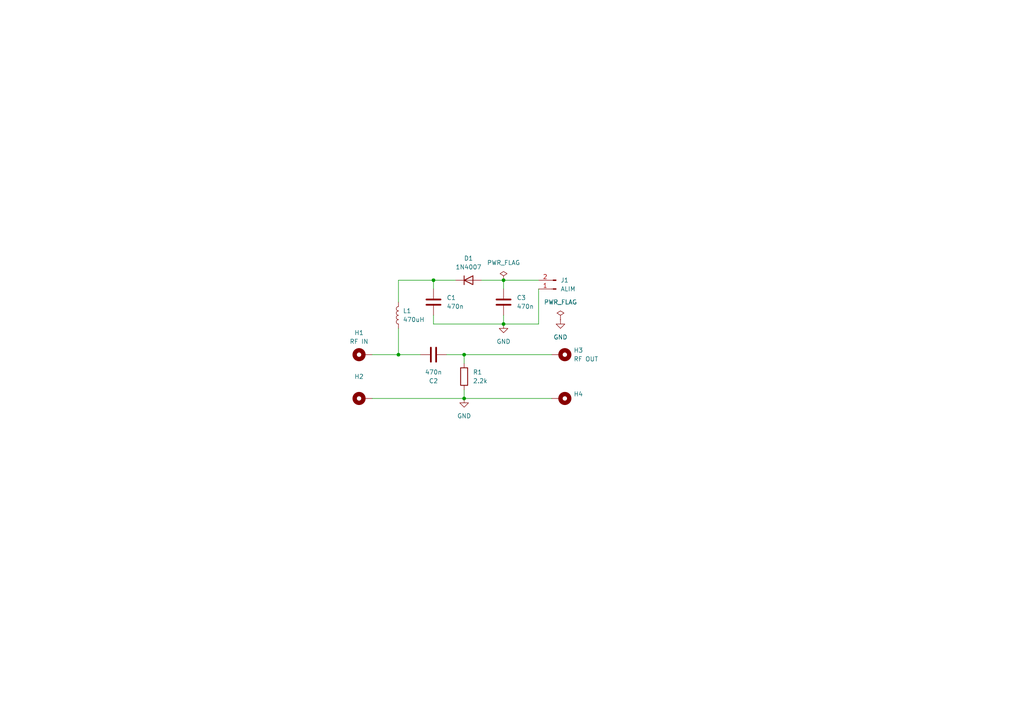
<source format=kicad_sch>
(kicad_sch (version 20230121) (generator eeschema)
  (paper "A4")
  (lib_symbols
    (symbol "Connector:Conn_01x02_Pin" (pin_names (offset 1.016) hide)
      (property "Reference" "J" (at 0 2.54 0))
      (property "Value" "Conn_01x02_Pin" (at 0 -5.08 0))
      (symbol "Conn_01x02_Pin_1_1"
        (polyline (pts (xy 1.27 -2.54) (xy 0.8636 -2.54)) (stroke (width 0.1524)))
        (polyline (pts (xy 1.27 0) (xy 0.8636 0)) (stroke (width 0.1524)))
        (rectangle (start 0.8636 -2.413) (end 0 -2.667) (stroke (width 0.1524)) (fill (type outline)))
        (rectangle (start 0.8636 0.127) (end 0 -0.127) (stroke (width 0.1524)) (fill (type outline)))
        (pin passive line (at 5.08 0 180) (length 3.81) (name "Pin_1") (number "1"))
        (pin passive line (at 5.08 -2.54 180) (length 3.81) (name "Pin_2") (number "2"))
      )
    )
    (symbol "Device:C" (pin_numbers hide) (pin_names (offset 0.254))
      (property "Reference" "C" (at 0.635 2.54 0))
      (property "Value" "C" (at 0.635 -2.54 0))
      (symbol "C_0_1"
        (polyline (pts (xy -2.032 -0.762) (xy 2.032 -0.762)) (stroke (width 0.508)))
        (polyline (pts (xy -2.032 0.762) (xy 2.032 0.762)) (stroke (width 0.508)))
      )
      (symbol "C_1_1"
        (pin passive line (at 0 3.81 270) (length 2.794) (name "~") (number "1"))
        (pin passive line (at 0 -3.81 90) (length 2.794) (name "~") (number "2"))
      )
    )
    (symbol "Device:D" (pin_numbers hide) (pin_names (offset 1.016) hide)
      (property "Reference" "D" (at 0 2.54 0))
      (property "Value" "D" (at 0 -2.54 0))
      (symbol "D_0_1"
        (polyline (pts (xy -1.27 1.27) (xy -1.27 -1.27)) (stroke (width 0.254)))
        (polyline (pts (xy 1.27 0) (xy -1.27 0)))
        (polyline (pts (xy 1.27 1.27) (xy 1.27 -1.27) (xy -1.27 0) (xy 1.27 1.27)) (stroke (width 0.254)))
      )
      (symbol "D_1_1"
        (pin passive line (at -3.81 0 0) (length 2.54) (name "K") (number "1"))
        (pin passive line (at 3.81 0 180) (length 2.54) (name "A") (number "2"))
      )
    )
    (symbol "Device:L" (pin_numbers hide) (pin_names (offset 1.016) hide)
      (property "Reference" "L" (at -1.27 0 90))
      (property "Value" "L" (at 1.905 0 90))
      (symbol "L_0_1"
        (arc (start 0 -2.54) (mid 0.6323 -1.905) (end 0 -1.27))
        (arc (start 0 -1.27) (mid 0.6323 -0.635) (end 0 0))
        (arc (start 0 0) (mid 0.6323 0.635) (end 0 1.27))
        (arc (start 0 1.27) (mid 0.6323 1.905) (end 0 2.54))
      )
      (symbol "L_1_1"
        (pin passive line (at 0 3.81 270) (length 1.27) (name "1") (number "1"))
        (pin passive line (at 0 -3.81 90) (length 1.27) (name "2") (number "2"))
      )
    )
    (symbol "Device:R" (pin_numbers hide) (pin_names (offset 0))
      (property "Reference" "R" (at 2.032 0 90))
      (property "Value" "R" (at 0 0 90))
      (symbol "R_0_1"
        (rectangle (start -1.016 -2.54) (end 1.016 2.54) (stroke (width 0.254)))
      )
      (symbol "R_1_1"
        (pin passive line (at 0 3.81 270) (length 1.27) (name "~") (number "1"))
        (pin passive line (at 0 -3.81 90) (length 1.27) (name "~") (number "2"))
      )
    )
    (symbol "Mechanical:MountingHole_Pad" (pin_numbers hide) (pin_names (offset 1.016) hide)
      (property "Reference" "H" (at 0 6.35 0))
      (property "Value" "MountingHole_Pad" (at 0 4.445 0))
      (symbol "MountingHole_Pad_0_1"
        (circle (center 0 1.27) (radius 1.27) (stroke (width 1.27)))
      )
      (symbol "MountingHole_Pad_1_1"
        (pin input line (at 0 -2.54 90) (length 2.54) (name "1") (number "1"))
      )
    )
    (symbol "power:GND" (power) (pin_names (offset 0))
      (property "Value" "GND" (at 0 -3.81 0))
      (symbol "GND_0_1"
        (polyline (pts (xy 0 0) (xy 0 -1.27) (xy 1.27 -1.27) (xy 0 -2.54) (xy -1.27 -1.27) (xy 0 -1.27)))
      )
      (symbol "GND_1_1"
        (pin power_in line (at 0 0 270) (length 0) hide (name "GND") (number "1"))
      )
    )
    (symbol "power:PWR_FLAG" (power) (pin_numbers hide) (pin_names (offset 0) hide)
      (property "Value" "PWR_FLAG" (at 0 3.81 0))
      (symbol "PWR_FLAG_0_0"
        (pin power_out line (at 0 0 90) (length 0) (name "pwr") (number "1"))
      )
      (symbol "PWR_FLAG_0_1"
        (polyline (pts (xy 0 0) (xy 0 1.27) (xy -1.016 1.905) (xy 0 2.54) (xy 1.016 1.905) (xy 0 1.27)))
      )
    )
  )
  (junction (at 115.57 102.87))
  (junction (at 134.62 115.57))
  (junction (at 146.05 81.28))
  (junction (at 146.05 93.98))
  (junction (at 134.62 102.87))
  (junction (at 125.73 81.28))
  (wire (pts (xy 156.21 83.82) (xy 156.21 93.98)))
  (wire (pts (xy 107.95 102.87) (xy 115.57 102.87)))
  (wire (pts (xy 146.05 81.28) (xy 156.21 81.28)))
  (wire (pts (xy 125.73 81.28) (xy 132.08 81.28)))
  (wire (pts (xy 134.62 113.03) (xy 134.62 115.57)))
  (wire (pts (xy 134.62 102.87) (xy 160.02 102.87)))
  (wire (pts (xy 107.95 115.57) (xy 134.62 115.57)))
  (wire (pts (xy 115.57 81.28) (xy 125.73 81.28)))
  (wire (pts (xy 125.73 91.44) (xy 125.73 93.98)))
  (wire (pts (xy 115.57 95.25) (xy 115.57 102.87)))
  (wire (pts (xy 156.21 93.98) (xy 146.05 93.98)))
  (wire (pts (xy 129.54 102.87) (xy 134.62 102.87)))
  (wire (pts (xy 139.7 81.28) (xy 146.05 81.28)))
  (wire (pts (xy 125.73 83.82) (xy 125.73 81.28)))
  (wire (pts (xy 134.62 102.87) (xy 134.62 105.41)))
  (wire (pts (xy 125.73 93.98) (xy 146.05 93.98)))
  (wire (pts (xy 115.57 102.87) (xy 121.92 102.87)))
  (wire (pts (xy 134.62 115.57) (xy 160.02 115.57)))
  (wire (pts (xy 146.05 93.98) (xy 146.05 91.44)))
  (wire (pts (xy 115.57 87.63) (xy 115.57 81.28)))
  (wire (pts (xy 146.05 81.28) (xy 146.05 83.82)))
  (symbol (lib_id "Mechanical:MountingHole_Pad") (at 105.41 115.57 90) (unit 1)
    (property "Reference" "H2" (at 104.14 109.22 90))
    (property "Value" "MountingHole_Pad" (effects hide))
    (property "Footprint" "MountingHole:MountingHole_2.2mm_M2_Pad" (effects hide))
  )
  (symbol (lib_id "Device:R") (at 134.62 109.22 0) (unit 1)
    (property "Reference" "R1" (at 137.16 107.95 0) (effects (justify left)))
    (property "Value" "2.2k" (at 137.16 110.49 0) (effects (justify left)))
    (property "Footprint" "PCM_Resistor_THT_AKL:R_Axial_DIN0204_L3.6mm_D1.6mm_P7.62mm_Horizontal" (effects hide))
  )
  (symbol (lib_id "Device:C") (at 146.05 87.63 180) (unit 1)
    (property "Reference" "C3" (at 149.86 86.36 0) (effects (justify right)))
    (property "Value" "470n" (at 149.86 88.9 0) (effects (justify right)))
    (property "Footprint" "Capacitor_THT:C_Disc_D4.3mm_W1.9mm_P5.00mm" (effects hide))
  )
  (symbol (lib_id "power:GND") (at 162.56 92.71 0) (unit 1)
    (property "Reference" "#PWR02" (effects hide))
    (property "Value" "GND" (at 162.56 97.79 0))
  )
  (symbol (lib_id "Device:C") (at 125.73 87.63 0) (unit 1)
    (property "Reference" "C1" (at 129.54 86.36 0) (effects (justify left)))
    (property "Value" "470n" (at 129.54 88.9 0) (effects (justify left)))
    (property "Footprint" "Capacitor_THT:C_Disc_D4.3mm_W1.9mm_P5.00mm" (effects hide))
  )
  (symbol (lib_id "power:GND") (at 146.05 93.98 0) (unit 1)
    (property "Reference" "#PWR01" (effects hide))
    (property "Value" "GND" (at 146.05 99.06 0))
  )
  (symbol (lib_id "Device:C") (at 125.73 102.87 90) (mirror x) (unit 1)
    (property "Reference" "C2" (at 125.73 110.49 90))
    (property "Value" "470n" (at 125.73 107.95 90))
    (property "Footprint" "Capacitor_THT:C_Disc_D4.3mm_W1.9mm_P5.00mm" (effects hide))
  )
  (symbol (lib_id "Device:D") (at 135.89 81.28 0) (unit 1)
    (property "Reference" "D1" (at 135.89 74.93 0))
    (property "Value" "1N4007" (at 135.89 77.47 0))
    (property "Footprint" "Diode_THT:D_A-405_P10.16mm_Horizontal" (effects hide))
    (property "Sim.Device" "D" (effects hide))
    (property "Sim.Pins" "1=K 2=A" (effects hide))
  )
  (symbol (lib_id "power:PWR_FLAG") (at 162.56 92.71 0) (unit 1)
    (property "Reference" "#FLG01" (effects hide))
    (property "Value" "PWR_FLAG" (at 162.56 87.63 0))
  )
  (symbol (lib_id "Mechanical:MountingHole_Pad") (at 162.56 102.87 270) (unit 1)
    (property "Reference" "H3" (at 166.37 101.6 90) (effects (justify left)))
    (property "Value" "RF OUT" (at 166.37 104.14 90) (effects (justify left)))
    (property "Footprint" "MountingHole:MountingHole_2.2mm_M2_Pad" (effects hide))
  )
  (symbol (lib_id "Device:L") (at 115.57 91.44 180) (unit 1)
    (property "Reference" "L1" (at 116.84 90.17 0) (effects (justify right)))
    (property "Value" "470uH" (at 116.84 92.71 0) (effects (justify right)))
    (property "Footprint" "Inductor_THT:L_Axial_L5.3mm_D2.2mm_P7.62mm_Horizontal_Vishay_IM-1" (effects hide))
  )
  (symbol (lib_id "Connector:Conn_01x02_Pin") (at 161.29 83.82 180) (unit 1)
    (property "Reference" "J1" (at 162.56 81.28 0) (effects (justify right)))
    (property "Value" "ALIM" (at 162.56 83.82 0) (effects (justify right)))
    (property "Footprint" "Connector_PinHeader_2.54mm:PinHeader_1x02_P2.54mm_Vertical" (effects hide))
  )
  (symbol (lib_id "power:PWR_FLAG") (at 146.05 81.28 0) (unit 1)
    (property "Reference" "#FLG02" (effects hide))
    (property "Value" "PWR_FLAG" (at 146.05 76.2 0))
  )
  (symbol (lib_id "Mechanical:MountingHole_Pad") (at 105.41 102.87 90) (unit 1)
    (property "Reference" "H1" (at 104.14 96.52 90))
    (property "Value" "RF IN" (at 104.14 99.06 90))
    (property "Footprint" "MountingHole:MountingHole_2.2mm_M2_Pad" (effects hide))
  )
  (symbol (lib_id "power:GND") (at 134.62 115.57 0) (unit 1)
    (property "Reference" "#PWR03" (effects hide))
    (property "Value" "GND" (at 134.62 120.65 0))
  )
  (symbol (lib_id "Mechanical:MountingHole_Pad") (at 162.56 115.57 270) (unit 1)
    (property "Reference" "H4" (at 166.37 114.3 90) (effects (justify left)))
    (property "Value" "MountingHole_Pad" (effects hide))
    (property "Footprint" "MountingHole:MountingHole_2.2mm_M2_Pad" (effects hide))
  )
)
</source>
